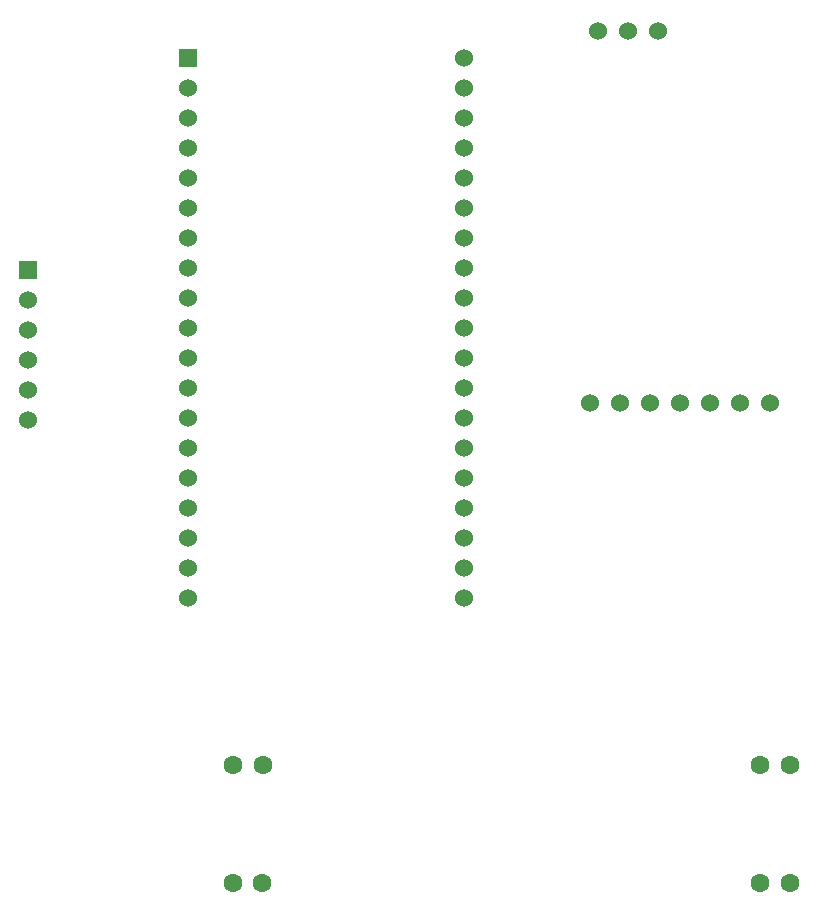
<source format=gbr>
%TF.GenerationSoftware,KiCad,Pcbnew,(6.0.8)*%
%TF.CreationDate,2022-11-01T22:15:49+07:00*%
%TF.ProjectId,esp32,65737033-322e-46b6-9963-61645f706362,rev?*%
%TF.SameCoordinates,Original*%
%TF.FileFunction,Soldermask,Bot*%
%TF.FilePolarity,Negative*%
%FSLAX46Y46*%
G04 Gerber Fmt 4.6, Leading zero omitted, Abs format (unit mm)*
G04 Created by KiCad (PCBNEW (6.0.8)) date 2022-11-01 22:15:49*
%MOMM*%
%LPD*%
G01*
G04 APERTURE LIST*
%ADD10C,1.524000*%
%ADD11C,1.600000*%
%ADD12R,1.524000X1.524000*%
%ADD13R,1.530000X1.530000*%
%ADD14C,1.530000*%
G04 APERTURE END LIST*
D10*
%TO.C,U4*%
X179847000Y-78801000D03*
X182387000Y-78801000D03*
X184927000Y-78801000D03*
X187467000Y-78801000D03*
X190007000Y-78801000D03*
X192547000Y-78801000D03*
X195087000Y-78801000D03*
X185627000Y-47301000D03*
X183087000Y-47301000D03*
X180547000Y-47301000D03*
%TD*%
D11*
%TO.C,U3*%
X152146000Y-119450000D03*
X152228000Y-109450000D03*
X194228000Y-109450000D03*
X149688000Y-109450000D03*
X149688000Y-119450000D03*
X194228000Y-119450000D03*
X196768000Y-109450000D03*
X196768000Y-119450000D03*
%TD*%
D12*
%TO.C,U2*%
X132334000Y-67564000D03*
D10*
X132334000Y-70104000D03*
X132334000Y-72644000D03*
X132334000Y-75184000D03*
X132334000Y-77724000D03*
X132334000Y-80264000D03*
%TD*%
D13*
%TO.C,U1*%
X145798500Y-49650000D03*
D14*
X145798500Y-52190000D03*
X145798500Y-54730000D03*
X145798500Y-57270000D03*
X145798500Y-59810000D03*
X145798500Y-62350000D03*
X145798500Y-64890000D03*
X145798500Y-67430000D03*
X145798500Y-69970000D03*
X145798500Y-72510000D03*
X145798500Y-75050000D03*
X145798500Y-77590000D03*
X145798500Y-80130000D03*
X145798500Y-82670000D03*
X145798500Y-85210000D03*
X145798500Y-87750000D03*
X145798500Y-90290000D03*
X145798500Y-92830000D03*
X145798500Y-95370000D03*
X169198500Y-95370000D03*
X169198500Y-92830000D03*
X169198500Y-90290000D03*
X169198500Y-87750000D03*
X169198500Y-85210000D03*
X169198500Y-82670000D03*
X169198500Y-80130000D03*
X169198500Y-77590000D03*
X169198500Y-75050000D03*
X169198500Y-72510000D03*
X169198500Y-69970000D03*
X169198500Y-67430000D03*
X169198500Y-64890000D03*
X169198500Y-62350000D03*
X169198500Y-59810000D03*
X169198500Y-57270000D03*
X169198500Y-54730000D03*
X169198500Y-52190000D03*
X169198500Y-49650000D03*
%TD*%
M02*

</source>
